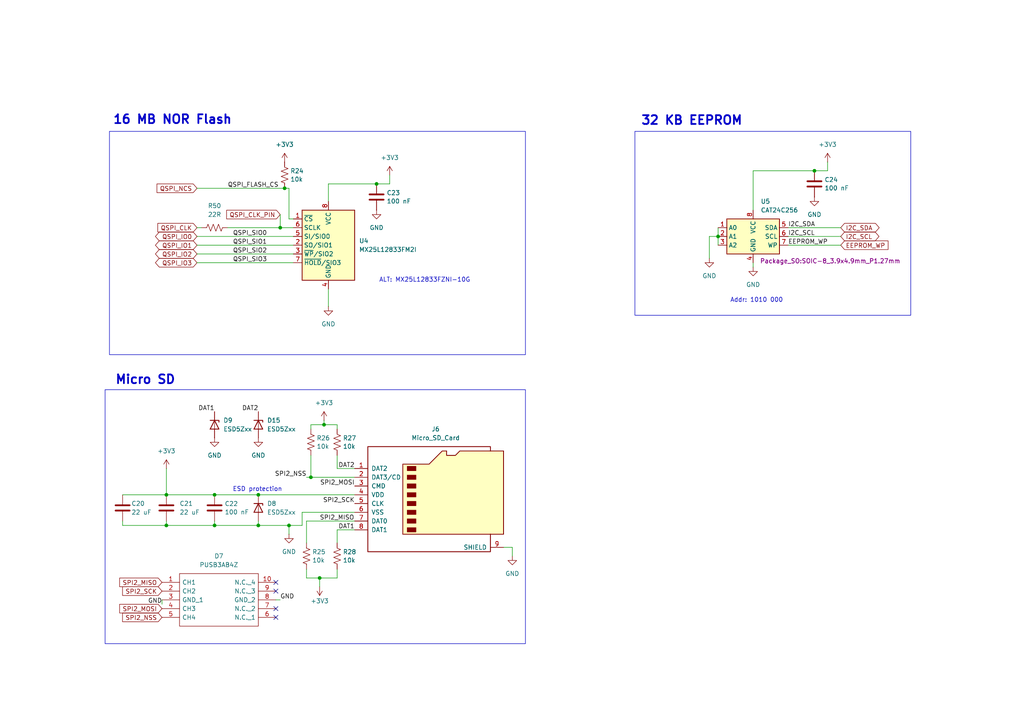
<source format=kicad_sch>
(kicad_sch (version 20231120) (generator "eeschema") (generator_version "8.0")
  (paper "A4")
  (title_block (title "Jakka1") (rev "1"))
  (lib_symbols
    (symbol "Connector:Micro_SD_Card" (pin_names (offset 1.016))
      (property "Reference" "J" (at -16.51 15.24 0))
      (property "Value" "Micro_SD_Card" (at 16.51 15.24 0))
      (symbol "Micro_SD_Card_0_1"
        (rectangle (start -7.62 -9.525) (end -5.08 -10.795) (fill (type outline)))
        (rectangle (start -7.62 -6.985) (end -5.08 -8.255) (fill (type outline)))
        (rectangle (start -7.62 -4.445) (end -5.08 -5.715) (fill (type outline)))
        (rectangle (start -7.62 -1.905) (end -5.08 -3.175) (fill (type outline)))
        (rectangle (start -7.62 0.635) (end -5.08 -0.635) (fill (type outline)))
        (rectangle (start -7.62 3.175) (end -5.08 1.905) (fill (type outline)))
        (rectangle (start -7.62 5.715) (end -5.08 4.445) (fill (type outline)))
        (rectangle (start -7.62 8.255) (end -5.08 6.985) (fill (type outline)))
        (polyline (pts (xy 16.51 12.7) (xy 16.51 13.97) (xy -19.05 13.97) (xy -19.05 -16.51) (xy 16.51 -16.51) (xy 16.51 -11.43)) (stroke (width 0.254)))
        (polyline (pts (xy -8.89 -11.43) (xy -8.89 8.89) (xy -1.27 8.89) (xy 2.54 12.7) (xy 3.81 12.7) (xy 3.81 11.43) (xy 6.35 11.43) (xy 7.62 12.7) (xy 20.32 12.7) (xy 20.32 -11.43) (xy -8.89 -11.43)) (stroke (width 0.254)) (fill (type background)))
      )
      (symbol "Micro_SD_Card_1_1"
        (pin bidirectional line (at -22.86 7.62 0) (length 3.81) (name "DAT2") (number "1"))
        (pin bidirectional line (at -22.86 5.08 0) (length 3.81) (name "DAT3/CD") (number "2"))
        (pin input line (at -22.86 2.54 0) (length 3.81) (name "CMD") (number "3"))
        (pin power_in line (at -22.86 0 0) (length 3.81) (name "VDD") (number "4"))
        (pin input line (at -22.86 -2.54 0) (length 3.81) (name "CLK") (number "5"))
        (pin power_in line (at -22.86 -5.08 0) (length 3.81) (name "VSS") (number "6"))
        (pin bidirectional line (at -22.86 -7.62 0) (length 3.81) (name "DAT0") (number "7"))
        (pin bidirectional line (at -22.86 -10.16 0) (length 3.81) (name "DAT1") (number "8"))
        (pin passive line (at 20.32 -15.24 180) (length 3.81) (name "SHIELD") (number "9"))
      )
    )
    (symbol "Device:C" (pin_numbers hide) (pin_names (offset 0.254))
      (property "Reference" "C" (at 0.635 2.54 0))
      (property "Value" "C" (at 0.635 -2.54 0))
      (symbol "C_0_1"
        (polyline (pts (xy -2.032 -0.762) (xy 2.032 -0.762)) (stroke (width 0.508)))
        (polyline (pts (xy -2.032 0.762) (xy 2.032 0.762)) (stroke (width 0.508)))
      )
      (symbol "C_1_1"
        (pin passive line (at 0 3.81 270) (length 2.794) (name "~") (number "1"))
        (pin passive line (at 0 -3.81 90) (length 2.794) (name "~") (number "2"))
      )
    )
    (symbol "Device:R_US" (pin_numbers hide) (pin_names (offset 0))
      (property "Reference" "R" (at 2.54 0 90))
      (property "Value" "R_US" (at -2.54 0 90))
      (symbol "R_US_0_1"
        (polyline (pts (xy 0 -2.286) (xy 0 -2.54)))
        (polyline (pts (xy 0 2.286) (xy 0 2.54)))
        (polyline (pts (xy 0 -0.762) (xy 1.016 -1.143) (xy 0 -1.524) (xy -1.016 -1.905) (xy 0 -2.286)))
        (polyline (pts (xy 0 0.762) (xy 1.016 0.381) (xy 0 0) (xy -1.016 -0.381) (xy 0 -0.762)))
        (polyline (pts (xy 0 2.286) (xy 1.016 1.905) (xy 0 1.524) (xy -1.016 1.143) (xy 0 0.762)))
      )
      (symbol "R_US_1_1"
        (pin passive line (at 0 3.81 270) (length 1.27) (name "~") (number "1"))
        (pin passive line (at 0 -3.81 90) (length 1.27) (name "~") (number "2"))
      )
    )
    (symbol "Diode:ESD5Zxx" (pin_numbers hide) (pin_names hide)
      (property "Reference" "D" (at 0 2.54 0))
      (property "Value" "ESD5Zxx" (at 0 -2.54 0))
      (symbol "ESD5Zxx_0_1"
        (polyline (pts (xy 1.27 0) (xy -1.27 0)))
        (polyline (pts (xy -1.27 -1.27) (xy -1.27 1.27) (xy -0.762 1.27)) (stroke (width 0.254)))
        (polyline (pts (xy 1.27 -1.27) (xy 1.27 1.27) (xy -1.27 0) (xy 1.27 -1.27)) (stroke (width 0.254)))
      )
      (symbol "ESD5Zxx_1_1"
        (pin passive line (at -3.81 0 0) (length 2.54) (name "K") (number "1"))
        (pin passive line (at 3.81 0 180) (length 2.54) (name "A") (number "2"))
      )
    )
    (symbol "Memory_EEPROM:CAT24C256"
      (property "Reference" "U" (at -6.35 6.35 0))
      (property "Value" "CAT24C256" (at 1.27 6.35 0))
      (symbol "CAT24C256_1_1"
        (rectangle (start -7.62 5.08) (end 7.62 -5.08) (stroke (width 0.254)) (fill (type background)))
        (pin input line (at -10.16 2.54 0) (length 2.54) (name "A0") (number "1"))
        (pin input line (at -10.16 0 0) (length 2.54) (name "A1") (number "2"))
        (pin input line (at -10.16 -2.54 0) (length 2.54) (name "A2") (number "3"))
        (pin power_in line (at 0 -7.62 90) (length 2.54) (name "GND") (number "4"))
        (pin bidirectional line (at 10.16 2.54 180) (length 2.54) (name "SDA") (number "5"))
        (pin input line (at 10.16 0 180) (length 2.54) (name "SCL") (number "6"))
        (pin input line (at 10.16 -2.54 180) (length 2.54) (name "WP") (number "7"))
        (pin power_in line (at 0 7.62 270) (length 2.54) (name "VCC") (number "8"))
      )
    )
    (symbol "jka_library:MX25L12833FM2I"
      (property "Reference" "U" (at -5.08 11.43 0))
      (property "Value" "MX25L12833FM2I" (at 11.43 11.43 0))
      (symbol "MX25L12833FM2I_0_1"
        (rectangle (start -7.62 10.16) (end 7.62 -10.16) (stroke (width 0.254)) (fill (type background)))
      )
      (symbol "MX25L12833FM2I_1_1"
        (pin input line (at -10.16 7.62 0) (length 2.54) (name "~{CS}") (number "1"))
        (pin bidirectional line (at -10.16 0 0) (length 2.54) (name "SO/SIO1") (number "2"))
        (pin bidirectional line (at -10.16 -2.54 0) (length 2.54) (name "~{WP}/SIO2") (number "3"))
        (pin power_in line (at 0 -12.7 90) (length 2.54) (name "GND") (number "4"))
        (pin bidirectional line (at -10.16 2.54 0) (length 2.54) (name "SI/SIO0") (number "5"))
        (pin input line (at -10.16 5.08 0) (length 2.54) (name "SCLK") (number "6"))
        (pin bidirectional line (at -10.16 -5.08 0) (length 2.54) (name "~{HOLD}/SIO3") (number "7"))
        (pin power_in line (at 0 12.7 270) (length 2.54) (name "VCC") (number "8"))
      )
    )
    (symbol "jka_library:PUSB3AB4Z" (pin_names (offset 0.762))
      (property "Reference" "D" (at 11.684 7.366 0))
      (property "Value" "PUSB3AB4Z" (at 11.684 4.826 0))
      (symbol "PUSB3AB4Z_0_0"
        (pin passive line (at 0 0 0) (length 5.08) (name "CH1") (number "1"))
        (pin passive line (at 33.02 0 180) (length 5.08) (name "N.C._4") (number "10"))
        (pin passive line (at 0 -2.54 0) (length 5.08) (name "CH2") (number "2"))
        (pin passive line (at 0 -5.08 0) (length 5.08) (name "GND_1") (number "3"))
        (pin passive line (at 0 -7.62 0) (length 5.08) (name "CH3") (number "4"))
        (pin passive line (at 0 -10.16 0) (length 5.08) (name "CH4") (number "5"))
        (pin passive line (at 33.02 -10.16 180) (length 5.08) (name "N.C._1") (number "6"))
        (pin passive line (at 33.02 -7.62 180) (length 5.08) (name "N.C._2") (number "7"))
        (pin passive line (at 33.02 -5.08 180) (length 5.08) (name "GND_2") (number "8"))
        (pin passive line (at 33.02 -2.54 180) (length 5.08) (name "N.C._3") (number "9"))
      )
      (symbol "PUSB3AB4Z_0_1"
        (polyline (pts (xy 5.08 2.54) (xy 27.94 2.54) (xy 27.94 -12.7) (xy 5.08 -12.7) (xy 5.08 2.54)) (stroke (width 0.1524)))
      )
    )
    (symbol "power:+3V3" (power) (pin_numbers hide) (pin_names (offset 0) hide)
      (property "Value" "+3V3" (at 0 3.556 0))
      (symbol "+3V3_0_1"
        (polyline (pts (xy -0.762 1.27) (xy 0 2.54)))
        (polyline (pts (xy 0 0) (xy 0 2.54)))
        (polyline (pts (xy 0 2.54) (xy 0.762 1.27)))
      )
      (symbol "+3V3_1_1"
        (pin power_in line (at 0 0 90) (length 0) (name "~") (number "1"))
      )
    )
    (symbol "power:GND" (power) (pin_numbers hide) (pin_names (offset 0) hide)
      (property "Value" "GND" (at 0 -3.81 0))
      (symbol "GND_0_1"
        (polyline (pts (xy 0 0) (xy 0 -1.27) (xy 1.27 -1.27) (xy 0 -2.54) (xy -1.27 -1.27) (xy 0 -1.27)))
      )
      (symbol "GND_1_1"
        (pin power_in line (at 0 0 270) (length 0) (name "~") (number "1"))
      )
    )
  )
  (junction (at 93.98 123.19))
  (junction (at 92.71 167.64))
  (junction (at 82.55 54.61))
  (junction (at 81.28 66.04))
  (junction (at 208.28 68.58))
  (junction (at 62.23 143.51))
  (junction (at 48.26 152.4))
  (junction (at 48.26 143.51))
  (junction (at 74.93 143.51))
  (junction (at 74.93 152.4))
  (junction (at 62.23 152.4))
  (junction (at 236.22 49.53))
  (junction (at 109.22 53.34))
  (junction (at 83.82 152.4))
  (junction (at 90.17 138.43))
  (no_connect (at 80.01 171.45))
  (no_connect (at 80.01 168.91))
  (no_connect (at 80.01 176.53))
  (no_connect (at 80.01 179.07))
  (wire (pts (xy 62.23 151.13) (xy 62.23 152.4)))
  (wire (pts (xy 228.6 66.04) (xy 243.84 66.04)))
  (wire (pts (xy 87.63 152.4) (xy 87.63 148.59)))
  (wire (pts (xy 81.28 62.23) (xy 81.28 66.04)))
  (wire (pts (xy 74.93 143.51) (xy 102.87 143.51)))
  (wire (pts (xy 88.9 157.48) (xy 88.9 151.13)))
  (wire (pts (xy 88.9 138.43) (xy 90.17 138.43)))
  (wire (pts (xy 57.15 66.04) (xy 58.42 66.04)))
  (wire (pts (xy 90.17 123.19) (xy 93.98 123.19)))
  (wire (pts (xy 88.9 167.64) (xy 92.71 167.64)))
  (wire (pts (xy 81.28 173.99) (xy 80.01 173.99)))
  (wire (pts (xy 228.6 68.58) (xy 243.84 68.58)))
  (wire (pts (xy 88.9 151.13) (xy 102.87 151.13)))
  (wire (pts (xy 87.63 148.59) (xy 102.87 148.59)))
  (wire (pts (xy 35.56 143.51) (xy 48.26 143.51)))
  (wire (pts (xy 90.17 124.46) (xy 90.17 123.19)))
  (wire (pts (xy 74.93 151.13) (xy 74.93 152.4)))
  (wire (pts (xy 62.23 143.51) (xy 74.93 143.51)))
  (wire (pts (xy 90.17 138.43) (xy 102.87 138.43)))
  (wire (pts (xy 240.03 49.53) (xy 236.22 49.53)))
  (wire (pts (xy 83.82 54.61) (xy 82.55 54.61)))
  (wire (pts (xy 46.99 175.26) (xy 46.99 173.99)))
  (wire (pts (xy 208.28 66.04) (xy 208.28 68.58)))
  (wire (pts (xy 205.74 68.58) (xy 208.28 68.58)))
  (wire (pts (xy 48.26 143.51) (xy 62.23 143.51)))
  (wire (pts (xy 48.26 135.89) (xy 48.26 143.51)))
  (wire (pts (xy 87.63 152.4) (xy 83.82 152.4)))
  (wire (pts (xy 97.79 153.67) (xy 102.87 153.67)))
  (wire (pts (xy 228.6 71.12) (xy 243.84 71.12)))
  (wire (pts (xy 88.9 165.1) (xy 88.9 167.64)))
  (wire (pts (xy 218.44 76.2) (xy 218.44 77.47)))
  (wire (pts (xy 57.15 76.2) (xy 85.09 76.2)))
  (wire (pts (xy 95.25 88.9) (xy 95.25 83.82)))
  (wire (pts (xy 83.82 154.94) (xy 83.82 152.4)))
  (wire (pts (xy 48.26 152.4) (xy 62.23 152.4)))
  (wire (pts (xy 92.71 170.18) (xy 92.71 167.64)))
  (wire (pts (xy 57.15 71.12) (xy 85.09 71.12)))
  (wire (pts (xy 90.17 132.08) (xy 90.17 138.43)))
  (wire (pts (xy 113.03 50.8) (xy 113.03 53.34)))
  (wire (pts (xy 57.15 73.66) (xy 85.09 73.66)))
  (wire (pts (xy 92.71 167.64) (xy 97.79 167.64)))
  (wire (pts (xy 74.93 152.4) (xy 83.82 152.4)))
  (wire (pts (xy 97.79 135.89) (xy 97.79 132.08)))
  (wire (pts (xy 102.87 135.89) (xy 97.79 135.89)))
  (wire (pts (xy 66.04 66.04) (xy 81.28 66.04)))
  (wire (pts (xy 35.56 152.4) (xy 48.26 152.4)))
  (wire (pts (xy 97.79 157.48) (xy 97.79 153.67)))
  (wire (pts (xy 57.15 54.61) (xy 82.55 54.61)))
  (wire (pts (xy 218.44 49.53) (xy 236.22 49.53)))
  (wire (pts (xy 57.15 68.58) (xy 85.09 68.58)))
  (wire (pts (xy 81.28 66.04) (xy 85.09 66.04)))
  (wire (pts (xy 95.25 53.34) (xy 95.25 58.42)))
  (wire (pts (xy 95.25 53.34) (xy 109.22 53.34)))
  (wire (pts (xy 97.79 167.64) (xy 97.79 165.1)))
  (wire (pts (xy 62.23 152.4) (xy 74.93 152.4)))
  (wire (pts (xy 218.44 60.96) (xy 218.44 49.53)))
  (wire (pts (xy 35.56 152.4) (xy 35.56 151.13)))
  (wire (pts (xy 148.59 158.75) (xy 148.59 161.29)))
  (wire (pts (xy 48.26 151.13) (xy 48.26 152.4)))
  (wire (pts (xy 146.05 158.75) (xy 148.59 158.75)))
  (wire (pts (xy 93.98 121.92) (xy 93.98 123.19)))
  (wire (pts (xy 97.79 123.19) (xy 97.79 124.46)))
  (wire (pts (xy 205.74 74.93) (xy 205.74 68.58)))
  (wire (pts (xy 240.03 46.99) (xy 240.03 49.53)))
  (wire (pts (xy 93.98 123.19) (xy 97.79 123.19)))
  (wire (pts (xy 83.82 63.5) (xy 85.09 63.5)))
  (wire (pts (xy 83.82 54.61) (xy 83.82 63.5)))
  (wire (pts (xy 208.28 68.58) (xy 208.28 71.12)))
  (wire (pts (xy 113.03 53.34) (xy 109.22 53.34)))
  (rectangle (start 184.15 38.1) (end 264.16 91.44))
  (rectangle (start 30.48 113.03) (end 152.4 186.69))
  (rectangle (start 31.75 38.1) (end 152.4 102.87))
  (text "ALT: MX25L12833FZNI-10G" (at 123.19 81.28 0) (effects (font (size 1.27 1.27))))
  (text "Micro SD" (at 42.164 110.236 0) (effects (font (size 2.54 2.54) (thickness 0.508) (bold yes))))
  (text "ESD protection" (at 74.676 141.986 0) (effects (font (size 1.27 1.27))))
  (text "Addr: 1010 000" (at 219.456 87.122 0) (effects (font (size 1.27 1.27))))
  (text "16 MB NOR Flash" (at 50.038 34.798 0) (effects (font (size 2.54 2.54) (thickness 0.508) (bold yes))))
  (text "32 KB EEPROM" (at 200.66 35.052 0) (effects (font (size 2.54 2.54) (thickness 0.508) (bold yes))))
  (label "QSPI_SIO1" (at 77.47 71.12 180))
  (label "QSPI_SIO2" (at 77.47 73.66 180))
  (label "DAT2" (at 74.93 119.38 180))
  (label "QSPI_SIO0" (at 77.47 68.58 180))
  (label "SPI2_MOSI" (at 102.87 140.97 180))
  (label "SPI2_SCK" (at 102.87 146.05 180))
  (label "DAT1" (at 102.87 153.67 180))
  (label "EEPROM_WP" (at 228.6 71.12 0))
  (label "QSPI_SIO3" (at 77.47 76.2 180))
  (label "SPI2_NSS" (at 88.9 138.43 180))
  (label "QSPI_FLASH_CS" (at 66.04 54.61 0))
  (label "I2C_SCL" (at 228.6 68.58 0))
  (label "DAT2" (at 102.87 135.89 180))
  (label "DAT1" (at 62.23 119.38 180))
  (label "GND" (at 81.28 173.99 0))
  (label "SPI2_MISO" (at 92.71 151.13 0))
  (label "I2C_SDA" (at 228.6 66.04 0))
  (label "GND" (at 46.99 175.26 180))
  (global_label "QSPI_IO2" (shape bidirectional) (at 57.15 73.66 180) (property "Intersheetrefs" "${INTERSHEET_REFS}" (effects (hide yes))))
  (global_label "QSPI_IO1" (shape bidirectional) (at 57.15 71.12 180) (property "Intersheetrefs" "${INTERSHEET_REFS}" (effects (hide yes))))
  (global_label "EEPROM_WP" (shape input) (at 243.84 71.12 0) (property "Intersheetrefs" "${INTERSHEET_REFS}" (effects (hide yes))))
  (global_label "QSPI_NCS" (shape input) (at 57.15 54.61 180) (property "Intersheetrefs" "${INTERSHEET_REFS}" (effects (hide yes))))
  (global_label "I2C_SDA" (shape bidirectional) (at 243.84 66.04 0) (property "Intersheetrefs" "${INTERSHEET_REFS}" (effects (hide yes))))
  (global_label "SPI2_SCK" (shape input) (at 46.99 171.45 180) (property "Intersheetrefs" "${INTERSHEET_REFS}" (effects (hide yes))))
  (global_label "QSPI_IO3" (shape bidirectional) (at 57.15 76.2 180) (property "Intersheetrefs" "${INTERSHEET_REFS}" (effects (hide yes))))
  (global_label "QSPI_IO0" (shape bidirectional) (at 57.15 68.58 180) (property "Intersheetrefs" "${INTERSHEET_REFS}" (effects (hide yes))))
  (global_label "QSPI_CLK_PIN" (shape input) (at 81.28 62.23 180) (property "Intersheetrefs" "${INTERSHEET_REFS}" (effects (hide yes))))
  (global_label "SPI2_NSS" (shape input) (at 46.99 179.07 180) (property "Intersheetrefs" "${INTERSHEET_REFS}" (effects (hide yes))))
  (global_label "SPI2_MISO" (shape input) (at 46.99 168.91 180) (property "Intersheetrefs" "${INTERSHEET_REFS}" (effects (hide yes))))
  (global_label "SPI2_MOSI" (shape input) (at 46.99 176.53 180) (property "Intersheetrefs" "${INTERSHEET_REFS}" (effects (hide yes))))
  (global_label "QSPI_CLK" (shape input) (at 57.15 66.04 180) (property "Intersheetrefs" "${INTERSHEET_REFS}" (effects (hide yes))))
  (global_label "I2C_SCL" (shape bidirectional) (at 243.84 68.58 0) (property "Intersheetrefs" "${INTERSHEET_REFS}" (effects (hide yes))))
  (symbol (lib_id "Device:R_US") (at 62.23 66.04 90) (unit 1)
    (property "Reference" "R50" (at 62.23 59.69 90))
    (property "Value" "22R" (at 62.23 62.23 90))
    (property "Footprint" "Resistor_SMD:R_0603_1608Metric" (effects (hide yes)))
    (property "Description" "Resistor, US symbol" (effects (hide yes)))
  )
  (symbol (lib_id "power:+3V3") (at 82.55 46.99 0) (unit 1)
    (property "Reference" "#PWR043" (effects (hide yes)))
    (property "Value" "+3V3" (at 82.55 41.91 0))
    (property "Description" "Power symbol creates a global label with name \"+3V3\"" (effects (hide yes)))
  )
  (symbol (lib_id "power:+3V3") (at 113.03 50.8 0) (unit 1)
    (property "Reference" "#PWR049" (effects (hide yes)))
    (property "Value" "+3V3" (at 113.03 45.72 0))
    (property "Description" "Power symbol creates a global label with name \"+3V3\"" (effects (hide yes)))
  )
  (symbol (lib_id "power:GND") (at 95.25 88.9 0) (unit 1)
    (property "Reference" "#PWR047" (effects (hide yes)))
    (property "Value" "GND" (at 95.25 93.98 0))
    (property "Description" "Power symbol creates a global label with name \"GND\" , ground" (effects (hide yes)))
  )
  (symbol (lib_id "Device:C") (at 109.22 57.15 0) (unit 1)
    (property "Reference" "C23" (at 112.141 55.9378 0) (effects (justify left)))
    (property "Value" "100 nF" (at 112.141 58.3621 0) (effects (justify left)))
    (property "Footprint" "Capacitor_SMD:C_0603_1608Metric" (effects (hide yes)))
    (property "Description" "Unpolarized capacitor" (effects (hide yes)))
  )
  (symbol (lib_id "power:+3V3") (at 93.98 121.92 0) (unit 1)
    (property "Reference" "#PWR046" (effects (hide yes)))
    (property "Value" "+3V3" (at 93.98 116.84 0))
    (property "Description" "Power symbol creates a global label with name \"+3V3\"" (effects (hide yes)))
  )
  (symbol (lib_id "power:GND") (at 74.93 127 0) (unit 1)
    (property "Reference" "#PWR0136" (effects (hide yes)))
    (property "Value" "GND" (at 74.93 132.08 0))
    (property "Description" "Power symbol creates a global label with name \"GND\" , ground" (effects (hide yes)))
  )
  (symbol (lib_id "power:GND") (at 148.59 161.29 0) (unit 1)
    (property "Reference" "#PWR032" (effects (hide yes)))
    (property "Value" "GND" (at 148.59 166.37 0))
    (property "Description" "Power symbol creates a global label with name \"GND\" , ground" (effects (hide yes)))
  )
  (symbol (lib_id "power:+3V3") (at 240.03 46.99 0) (unit 1)
    (property "Reference" "#PWR053" (effects (hide yes)))
    (property "Value" "+3V3" (at 240.03 41.91 0))
    (property "Description" "Power symbol creates a global label with name \"+3V3\"" (effects (hide yes)))
  )
  (symbol (lib_id "Device:R_US") (at 97.79 161.29 0) (unit 1)
    (property "Reference" "R28" (at 99.441 160.0778 0) (effects (justify left)))
    (property "Value" "10k" (at 99.441 162.5021 0) (effects (justify left)))
    (property "Footprint" "Resistor_SMD:R_0603_1608Metric" (effects (hide yes)))
    (property "Description" "Resistor, US symbol" (effects (hide yes)))
  )
  (symbol (lib_id "Memory_EEPROM:CAT24C256") (at 218.44 68.58 0) (unit 1)
    (property "Reference" "U5" (at 220.6341 58.42 0) (effects (justify left)))
    (property "Value" "CAT24C256" (at 220.6341 60.96 0) (effects (justify left)))
    (property "Footprint" "Package_SO:SOIC-8_3.9x4.9mm_P1.27mm" (at 240.792 75.692 0))
    (property "Datasheet" "https://www.onsemi.cn/PowerSolutions/document/CAT24C256-D.PDF" (effects (hide yes)))
    (property "Description" "256 kb CMOS Serial EEPROM, DIP-8/SOIC-8/TSSOP-8/DFN-8" (effects (hide yes)))
  )
  (symbol (lib_id "power:GND") (at 205.74 74.93 0) (unit 1)
    (property "Reference" "#PWR050" (effects (hide yes)))
    (property "Value" "GND" (at 205.74 80.01 0))
    (property "Description" "Power symbol creates a global label with name \"GND\" , ground" (effects (hide yes)))
  )
  (symbol (lib_id "power:+3V3") (at 48.26 135.89 0) (unit 1)
    (property "Reference" "#PWR042" (effects (hide yes)))
    (property "Value" "+3V3" (at 48.26 130.81 0))
    (property "Description" "Power symbol creates a global label with name \"+3V3\"" (effects (hide yes)))
  )
  (symbol (lib_id "Device:R_US") (at 88.9 161.29 0) (unit 1)
    (property "Reference" "R25" (at 90.551 160.0778 0) (effects (justify left)))
    (property "Value" "10k" (at 90.551 162.5021 0) (effects (justify left)))
    (property "Footprint" "Resistor_SMD:R_0603_1608Metric" (effects (hide yes)))
    (property "Description" "Resistor, US symbol" (effects (hide yes)))
  )
  (symbol (lib_id "Device:C") (at 48.26 147.32 0) (unit 1)
    (property "Reference" "C21" (at 52.07 146.0499 0) (effects (justify left)))
    (property "Value" "22 uF" (at 52.07 148.5899 0) (effects (justify left)))
    (property "Footprint" "Capacitor_SMD:C_1206_3216Metric" (effects (hide yes)))
    (property "Description" "Unpolarized capacitor" (effects (hide yes)))
  )
  (symbol (lib_id "Diode:ESD5Zxx") (at 74.93 147.32 270) (unit 1)
    (property "Reference" "D8" (at 77.47 146.0499 90) (effects (justify left)))
    (property "Value" "ESD5Zxx" (at 77.47 148.5899 90) (effects (justify left)))
    (property "Footprint" "Diode_SMD:D_SOD-523" (effects (hide yes)))
    (property "Datasheet" "https://www.onsemi.com/pdf/datasheet/esd5z2.5t1-d.pdf" (effects (hide yes)))
    (property "Description" "ESD Protection Diode, SOD-523" (effects (hide yes)))
  )
  (symbol (lib_id "power:GND") (at 218.44 77.47 0) (unit 1)
    (property "Reference" "#PWR051" (effects (hide yes)))
    (property "Value" "GND" (at 218.44 82.55 0))
    (property "Description" "Power symbol creates a global label with name \"GND\" , ground" (effects (hide yes)))
  )
  (symbol (lib_id "Diode:ESD5Zxx") (at 62.23 123.19 270) (unit 1)
    (property "Reference" "D9" (at 64.77 121.9199 90) (effects (justify left)))
    (property "Value" "ESD5Zxx" (at 64.77 124.4599 90) (effects (justify left)))
    (property "Footprint" "Diode_SMD:D_SOD-523" (effects (hide yes)))
    (property "Datasheet" "https://www.onsemi.com/pdf/datasheet/esd5z2.5t1-d.pdf" (effects (hide yes)))
    (property "Description" "ESD Protection Diode, SOD-523" (effects (hide yes)))
  )
  (symbol (lib_id "power:GND") (at 236.22 57.15 0) (unit 1)
    (property "Reference" "#PWR052" (effects (hide yes)))
    (property "Value" "GND" (at 236.22 62.23 0))
    (property "Description" "Power symbol creates a global label with name \"GND\" , ground" (effects (hide yes)))
  )
  (symbol (lib_id "Device:R_US") (at 82.55 50.8 0) (unit 1)
    (property "Reference" "R24" (at 84.201 49.5878 0) (effects (justify left)))
    (property "Value" "10k" (at 84.201 52.0121 0) (effects (justify left)))
    (property "Footprint" "Resistor_SMD:R_0603_1608Metric" (effects (hide yes)))
    (property "Description" "Resistor, US symbol" (effects (hide yes)))
  )
  (symbol (lib_id "power:GND") (at 109.22 60.96 0) (unit 1)
    (property "Reference" "#PWR048" (effects (hide yes)))
    (property "Value" "GND" (at 109.22 66.04 0))
    (property "Description" "Power symbol creates a global label with name \"GND\" , ground" (effects (hide yes)))
  )
  (symbol (lib_id "jka_library:MX25L12833FM2I") (at 95.25 71.12 0) (unit 1)
    (property "Reference" "U4" (at 104.14 69.8499 0) (effects (justify left)))
    (property "Value" "MX25L12833FM2I" (at 104.14 72.3899 0) (effects (justify left)))
    (property "Footprint" "Package_SO:SOP-8_5.28x5.23mm_P1.27mm" (effects (hide yes)))
    (property "Datasheet" "https://www.mouser.com/datasheet/2/819/MX25L12833F_2c_3V_2c_128Mb_2c_v1_0-3371013.pdf" (effects (hide yes)))
    (property "Description" "128-Mbit, Wide Range Voltage SPI Serial Flash Memory, SOP-8" (effects (hide yes)))
  )
  (symbol (lib_id "power:GND") (at 83.82 154.94 0) (unit 1)
    (property "Reference" "#PWR044" (effects (hide yes)))
    (property "Value" "GND" (at 83.82 160.02 0))
    (property "Description" "Power symbol creates a global label with name \"GND\" , ground" (effects (hide yes)))
  )
  (symbol (lib_id "Diode:ESD5Zxx") (at 74.93 123.19 270) (unit 1)
    (property "Reference" "D15" (at 77.47 121.9199 90) (effects (justify left)))
    (property "Value" "ESD5Zxx" (at 77.47 124.4599 90) (effects (justify left)))
    (property "Footprint" "Diode_SMD:D_SOD-523" (effects (hide yes)))
    (property "Datasheet" "https://www.onsemi.com/pdf/datasheet/esd5z2.5t1-d.pdf" (effects (hide yes)))
    (property "Description" "ESD Protection Diode, SOD-523" (effects (hide yes)))
  )
  (symbol (lib_id "Device:R_US") (at 90.17 128.27 0) (unit 1)
    (property "Reference" "R26" (at 91.821 127.0578 0) (effects (justify left)))
    (property "Value" "10k" (at 91.821 129.4821 0) (effects (justify left)))
    (property "Footprint" "Resistor_SMD:R_0603_1608Metric" (effects (hide yes)))
    (property "Description" "Resistor, US symbol" (effects (hide yes)))
  )
  (symbol (lib_id "Device:C") (at 62.23 147.32 0) (unit 1)
    (property "Reference" "C22" (at 65.151 146.1078 0) (effects (justify left)))
    (property "Value" "100 nF" (at 65.151 148.5321 0) (effects (justify left)))
    (property "Footprint" "Capacitor_SMD:C_0603_1608Metric" (effects (hide yes)))
    (property "Description" "Unpolarized capacitor" (effects (hide yes)))
  )
  (symbol (lib_id "Device:C") (at 236.22 53.34 0) (unit 1)
    (property "Reference" "C24" (at 239.141 52.1278 0) (effects (justify left)))
    (property "Value" "100 nF" (at 239.141 54.5521 0) (effects (justify left)))
    (property "Footprint" "Capacitor_SMD:C_0603_1608Metric" (effects (hide yes)))
    (property "Description" "Unpolarized capacitor" (effects (hide yes)))
  )
  (symbol (lib_id "Connector:Micro_SD_Card") (at 125.73 143.51 0) (unit 1)
    (property "Reference" "J6" (at 126.365 124.46 0))
    (property "Value" "Micro_SD_Card" (at 126.365 127 0))
    (property "Footprint" "jka_library:GCT_MEM2061-01-188-00-A_REVA" (effects (hide yes)))
    (property "Datasheet" "http://katalog.we-online.de/em/datasheet/693072010801.pdf" (effects (hide yes)))
    (property "Description" "Micro SD Card Socket" (effects (hide yes)))
  )
  (symbol (lib_id "Device:R_US") (at 97.79 128.27 0) (unit 1)
    (property "Reference" "R27" (at 99.441 127.0578 0) (effects (justify left)))
    (property "Value" "10k" (at 99.441 129.4821 0) (effects (justify left)))
    (property "Footprint" "Resistor_SMD:R_0603_1608Metric" (effects (hide yes)))
    (property "Description" "Resistor, US symbol" (effects (hide yes)))
  )
  (symbol (lib_id "jka_library:PUSB3AB4Z") (at 46.99 168.91 0) (unit 1)
    (property "Reference" "D7" (at 63.5 161.29 0))
    (property "Value" "PUSB3AB4Z" (at 63.5 163.83 0))
    (property "Footprint" "jka_library:SON50P100X250X50-10N" (effects (hide yes)))
    (property "Datasheet" "https://assets.nexperia.com/documents/data-sheet/PUSB3AB4.pdf" (effects (hide yes)))
    (property "Description" "PUSB3AB4 - ESD protection for ultra high-speed interfaces" (effects (hide yes)))
    (property "Height" "0.5" (effects (hide yes)))
    (property "Manufacturer_Name" "Nexperia" (effects (hide yes)))
    (property "Manufacturer_Part_Number" "PUSB3AB4Z" (effects (hide yes)))
  )
  (symbol (lib_id "Device:C") (at 35.56 147.32 0) (unit 1)
    (property "Reference" "C20" (at 38.1 146.0499 0) (effects (justify left)))
    (property "Value" "22 uF" (at 38.1 148.5899 0) (effects (justify left)))
    (property "Footprint" "Capacitor_SMD:C_1206_3216Metric" (effects (hide yes)))
    (property "Description" "Unpolarized capacitor" (effects (hide yes)))
  )
  (symbol (lib_id "power:GND") (at 62.23 127 0) (unit 1)
    (property "Reference" "#PWR0135" (effects (hide yes)))
    (property "Value" "GND" (at 62.23 132.08 0))
    (property "Description" "Power symbol creates a global label with name \"GND\" , ground" (effects (hide yes)))
  )
  (symbol (lib_id "power:+3V3") (at 92.71 170.18 180) (unit 1)
    (property "Reference" "#PWR045" (effects (hide yes)))
    (property "Value" "+3V3" (at 92.71 174.3131 0))
    (property "Description" "Power symbol creates a global label with name \"+3V3\"" (effects (hide yes)))
  )
)
</source>
